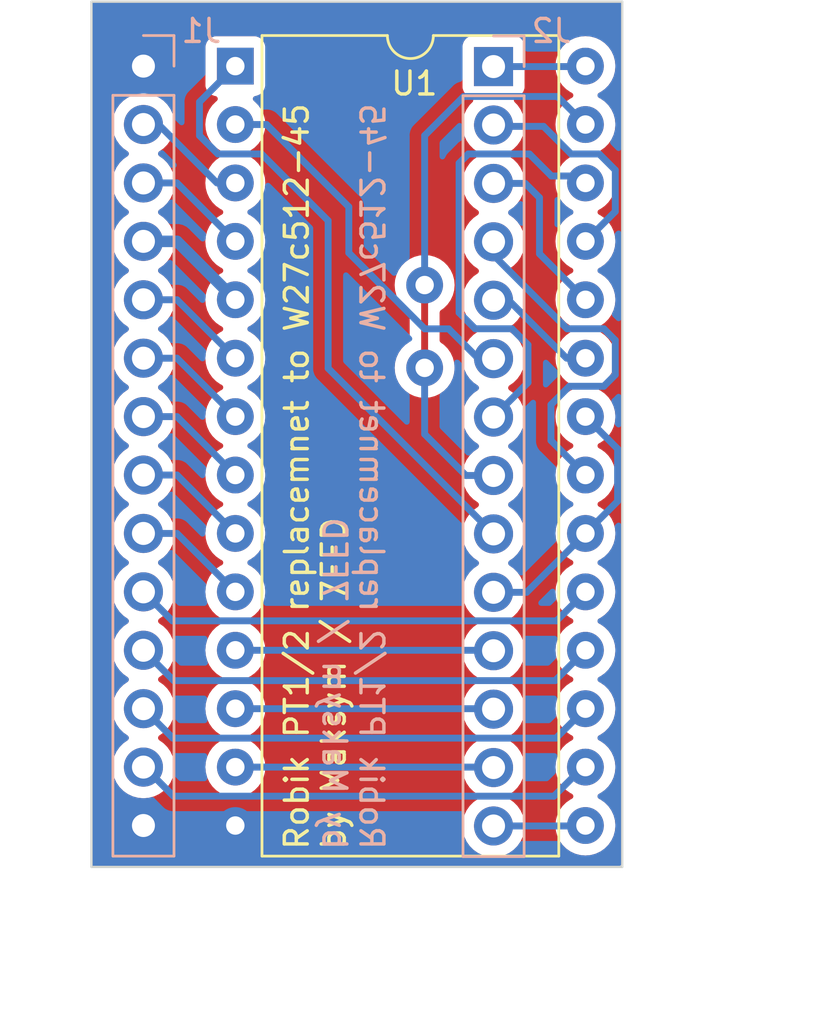
<source format=kicad_pcb>
(kicad_pcb (version 20221018) (generator pcbnew)
  (layers (0 "F.Cu" signal) (31 "B.Cu" signal) (34 "B.Paste" user) (35 "F.Paste" user) (36 "B.SilkS" user "B.Silkscreen") (37 "F.SilkS" user "F.Silkscreen") (38 "B.Mask" user) (39 "F.Mask" user) (44 "Edge.Cuts" user))
  (net 0 "")
  (net 1 "/Upr")
  (net 2 "/A7")
  (net 3 "/A6")
  (net 4 "/A5")
  (net 5 "/A4")
  (net 6 "/A3")
  (net 7 "/A2")
  (net 8 "/A1")
  (net 9 "/A0")
  (net 10 "/D7")
  (net 11 "/D6")
  (net 12 "/D5")
  (net 13 "/D4")
  (net 14 "Net-(J2-Pin_1)")
  (net 15 "/A8")
  (net 16 "/A9")
  (net 17 "/A10")
  (net 18 "/A11")
  (net 19 "/A12")
  (net 20 "/A13")
  (net 21 "/A14")
  (net 22 "/A15")
  (net 23 "/{slash}CS")
  (net 24 "/D0")
  (net 25 "/D1")
  (net 26 "/D2")
  (net 27 "/D3")
  (footprint "Package_DIP:DIP-28_W15.24mm" (layer "F.Cu") (at 108.16 58.68)
    (fp_text reference "U1" (at 7.791 0.756) (layer "F.SilkS"))
    (fp_text value "27C512")
    (fp_line (start 1.16 -1.33) (end 1.16 34.35) (stroke (width 0.12)) (layer "F.SilkS"))
    (fp_line (start 1.16 34.35) (end 14.08 34.35) (stroke (width 0.12)) (layer "F.SilkS"))
    (fp_line (start 6.62 -1.33) (end 1.16 -1.33) (stroke (width 0.12)) (layer "F.SilkS"))
    (fp_line (start 14.08 -1.33) (end 8.62 -1.33) (stroke (width 0.12)) (layer "F.SilkS"))
    (fp_line (start 14.08 34.35) (end 14.08 -1.33) (stroke (width 0.12)) (layer "F.SilkS"))
    (fp_arc (start 8.62 -1.33) (mid 7.62 -0.33) (end 6.62 -1.33) (stroke (width 0.12)) (layer "F.SilkS"))
    (pad "1" thru_hole rect (at 0 0) (size 1.6 1.6) (drill 0.8) (layers "*.Cu" "*.Mask") (net 22 "/A15"))
    (pad "2" thru_hole oval (at 0 2.54) (size 1.6 1.6) (drill 0.8) (layers "*.Cu" "*.Mask") (net 19 "/A12"))
    (pad "3" thru_hole oval (at 0 5.08) (size 1.6 1.6) (drill 0.8) (layers "*.Cu" "*.Mask") (net 2 "/A7"))
    (pad "4" thru_hole oval (at 0 7.62) (size 1.6 1.6) (drill 0.8) (layers "*.Cu" "*.Mask") (net 3 "/A6"))
    (pad "5" thru_hole oval (at 0 10.16) (size 1.6 1.6) (drill 0.8) (layers "*.Cu" "*.Mask") (net 4 "/A5"))
    (pad "6" thru_hole oval (at 0 12.7) (size 1.6 1.6) (drill 0.8) (layers "*.Cu" "*.Mask") (net 5 "/A4"))
    (pad "7" thru_hole oval (at 0 15.24) (size 1.6 1.6) (drill 0.8) (layers "*.Cu" "*.Mask") (net 6 "/A3"))
    (pad "8" thru_hole oval (at 0 17.78) (size 1.6 1.6) (drill 0.8) (layers "*.Cu" "*.Mask") (net 7 "/A2"))
    (pad "9" thru_hole oval (at 0 20.32) (size 1.6 1.6) (drill 0.8) (layers "*.Cu" "*.Mask") (net 8 "/A1"))
    (pad "10" thru_hole oval (at 0 22.86) (size 1.6 1.6) (drill 0.8) (layers "*.Cu" "*.Mask") (net 9 "/A0"))
    (pad "11" thru_hole oval (at 0 25.4) (size 1.6 1.6) (drill 0.8) (layers "*.Cu" "*.Mask") (net 24 "/D0"))
    (pad "12" thru_hole oval (at 0 27.94) (size 1.6 1.6) (drill 0.8) (layers "*.Cu" "*.Mask") (net 25 "/D1"))
    (pad "13" thru_hole oval (at 0 30.48) (size 1.6 1.6) (drill 0.8) (layers "*.Cu" "*.Mask") (net 26 "/D2"))
    (pad "14" thru_hole oval (at 0 33.02) (size 1.6 1.6) (drill 0.8) (layers "*.Cu" "*.Mask") (net 1 "/Upr"))
    (pad "15" thru_hole oval (at 15.24 33.02) (size 1.6 1.6) (drill 0.8) (layers "*.Cu" "*.Mask") (net 27 "/D3"))
    (pad "16" thru_hole oval (at 15.24 30.48) (size 1.6 1.6) (drill 0.8) (layers "*.Cu" "*.Mask") (net 13 "/D4"))
    (pad "17" thru_hole oval (at 15.24 27.94) (size 1.6 1.6) (drill 0.8) (layers "*.Cu" "*.Mask") (net 12 "/D5"))
    (pad "18" thru_hole oval (at 15.24 25.4) (size 1.6 1.6) (drill 0.8) (layers "*.Cu" "*.Mask") (net 11 "/D6"))
    (pad "19" thru_hole oval (at 15.24 22.86) (size 1.6 1.6) (drill 0.8) (layers "*.Cu" "*.Mask") (net 10 "/D7"))
    (pad "20" thru_hole oval (at 15.24 20.32) (size 1.6 1.6) (drill 0.8) (layers "*.Cu" "*.Mask") (net 23 "/{slash}CS"))
    (pad "21" thru_hole oval (at 15.24 17.78) (size 1.6 1.6) (drill 0.8) (layers "*.Cu" "*.Mask") (net 17 "/A10"))
    (pad "22" thru_hole oval (at 15.24 15.24) (size 1.6 1.6) (drill 0.8) (layers "*.Cu" "*.Mask") (net 23 "/{slash}CS"))
    (pad "23" thru_hole oval (at 15.24 12.7) (size 1.6 1.6) (drill 0.8) (layers "*.Cu" "*.Mask") (net 18 "/A11"))
    (pad "24" thru_hole oval (at 15.24 10.16) (size 1.6 1.6) (drill 0.8) (layers "*.Cu" "*.Mask") (net 16 "/A9"))
    (pad "25" thru_hole oval (at 15.24 7.62) (size 1.6 1.6) (drill 0.8) (layers "*.Cu" "*.Mask") (net 15 "/A8"))
    (pad "26" thru_hole oval (at 15.24 5.08) (size 1.6 1.6) (drill 0.8) (layers "*.Cu" "*.Mask") (net 20 "/A13"))
    (pad "27" thru_hole oval (at 15.24 2.54) (size 1.6 1.6) (drill 0.8) (layers "*.Cu" "*.Mask") (net 21 "/A14"))
    (pad "28" thru_hole oval (at 15.24 0) (size 1.6 1.6) (drill 0.8) (layers "*.Cu" "*.Mask") (net 14 "Net-(J2-Pin_1)"))
  )
  (footprint "Connector_PinHeader_2.54mm:PinHeader_1x14_P2.54mm_Vertical" (layer "B.Cu") (at 119.4 58.7 180)
    (fp_text reference "J2" (at -2.52 1.55) (layer "B.SilkS") (effects (justify mirror)))
    (fp_text value "Conn_01x14_Pin")
    (fp_line (start -1.33 -34.35) (end 1.33 -34.35) (stroke (width 0.12)) (layer "B.SilkS"))
    (fp_line (start -1.33 -1.27) (end -1.33 -34.35) (stroke (width 0.12)) (layer "B.SilkS"))
    (fp_line (start -1.33 -1.27) (end 1.33 -1.27) (stroke (width 0.12)) (layer "B.SilkS"))
    (fp_line (start -1.33 0) (end -1.33 1.33) (stroke (width 0.12)) (layer "B.SilkS"))
    (fp_line (start -1.33 1.33) (end 0 1.33) (stroke (width 0.12)) (layer "B.SilkS"))
    (fp_line (start 1.33 -1.27) (end 1.33 -34.35) (stroke (width 0.12)) (layer "B.SilkS"))
    (pad "1" thru_hole rect (at 0 0 180) (size 1.7 1.7) (drill 1) (layers "*.Cu" "*.Mask") (net 14 "Net-(J2-Pin_1)"))
    (pad "2" thru_hole oval (at 0 -2.54 180) (size 1.7 1.7) (drill 1) (layers "*.Cu" "*.Mask") (net 15 "/A8"))
    (pad "3" thru_hole oval (at 0 -5.08 180) (size 1.7 1.7) (drill 1) (layers "*.Cu" "*.Mask") (net 16 "/A9"))
    (pad "4" thru_hole oval (at 0 -7.62 180) (size 1.7 1.7) (drill 1) (layers "*.Cu" "*.Mask") (net 17 "/A10"))
    (pad "5" thru_hole oval (at 0 -10.16 180) (size 1.7 1.7) (drill 1) (layers "*.Cu" "*.Mask") (net 18 "/A11"))
    (pad "6" thru_hole oval (at 0 -12.7 180) (size 1.7 1.7) (drill 1) (layers "*.Cu" "*.Mask") (net 19 "/A12"))
    (pad "7" thru_hole oval (at 0 -15.24 180) (size 1.7 1.7) (drill 1) (layers "*.Cu" "*.Mask") (net 20 "/A13"))
    (pad "8" thru_hole oval (at 0 -17.78 180) (size 1.7 1.7) (drill 1) (layers "*.Cu" "*.Mask") (net 21 "/A14"))
    (pad "9" thru_hole oval (at 0 -20.32 180) (size 1.7 1.7) (drill 1) (layers "*.Cu" "*.Mask") (net 22 "/A15"))
    (pad "10" thru_hole oval (at 0 -22.86 180) (size 1.7 1.7) (drill 1) (layers "*.Cu" "*.Mask") (net 23 "/{slash}CS"))
    (pad "11" thru_hole oval (at 0 -25.4 180) (size 1.7 1.7) (drill 1) (layers "*.Cu" "*.Mask") (net 24 "/D0"))
    (pad "12" thru_hole oval (at 0 -27.94 180) (size 1.7 1.7) (drill 1) (layers "*.Cu" "*.Mask") (net 25 "/D1"))
    (pad "13" thru_hole oval (at 0 -30.48 180) (size 1.7 1.7) (drill 1) (layers "*.Cu" "*.Mask") (net 26 "/D2"))
    (pad "14" thru_hole oval (at 0 -33.02 180) (size 1.7 1.7) (drill 1) (layers "*.Cu" "*.Mask") (net 27 "/D3"))
  )
  (footprint "Connector_PinHeader_2.54mm:PinHeader_1x14_P2.54mm_Vertical" (layer "B.Cu") (at 104.16 58.68 180)
    (fp_text reference "J1" (at -2.52 1.53) (layer "B.SilkS") (effects (justify mirror)))
    (fp_text value "Conn_01x14_Pin")
    (fp_line (start -1.33 -34.35) (end 1.33 -34.35) (stroke (width 0.12)) (layer "B.SilkS"))
    (fp_line (start -1.33 -1.27) (end -1.33 -34.35) (stroke (width 0.12)) (layer "B.SilkS"))
    (fp_line (start -1.33 -1.27) (end 1.33 -1.27) (stroke (width 0.12)) (layer "B.SilkS"))
    (fp_line (start -1.33 0) (end -1.33 1.33) (stroke (width 0.12)) (layer "B.SilkS"))
    (fp_line (start -1.33 1.33) (end 0 1.33) (stroke (width 0.12)) (layer "B.SilkS"))
    (fp_line (start 1.33 -1.27) (end 1.33 -34.35) (stroke (width 0.12)) (layer "B.SilkS"))
    (pad "1" thru_hole rect (at 0 0 180) (size 1.7 1.7) (drill 1) (layers "*.Cu" "*.Mask") (net 1 "/Upr"))
    (pad "2" thru_hole oval (at 0 -2.54 180) (size 1.7 1.7) (drill 1) (layers "*.Cu" "*.Mask") (net 2 "/A7"))
    (pad "3" thru_hole oval (at 0 -5.08 180) (size 1.7 1.7) (drill 1) (layers "*.Cu" "*.Mask") (net 3 "/A6"))
    (pad "4" thru_hole oval (at 0 -7.62 180) (size 1.7 1.7) (drill 1) (layers "*.Cu" "*.Mask") (net 4 "/A5"))
    (pad "5" thru_hole oval (at 0 -10.16 180) (size 1.7 1.7) (drill 1) (layers "*.Cu" "*.Mask") (net 5 "/A4"))
    (pad "6" thru_hole oval (at 0 -12.7 180) (size 1.7 1.7) (drill 1) (layers "*.Cu" "*.Mask") (net 6 "/A3"))
    (pad "7" thru_hole oval (at 0 -15.24 180) (size 1.7 1.7) (drill 1) (layers "*.Cu" "*.Mask") (net 7 "/A2"))
    (pad "8" thru_hole oval (at 0 -17.78 180) (size 1.7 1.7) (drill 1) (layers "*.Cu" "*.Mask") (net 8 "/A1"))
    (pad "9" thru_hole oval (at 0 -20.32 180) (size 1.7 1.7) (drill 1) (layers "*.Cu" "*.Mask") (net 9 "/A0"))
    (pad "10" thru_hole oval (at 0 -22.86 180) (size 1.7 1.7) (drill 1) (layers "*.Cu" "*.Mask") (net 10 "/D7"))
    (pad "11" thru_hole oval (at 0 -25.4 180) (size 1.7 1.7) (drill 1) (layers "*.Cu" "*.Mask") (net 11 "/D6"))
    (pad "12" thru_hole oval (at 0 -27.94 180) (size 1.7 1.7) (drill 1) (layers "*.Cu" "*.Mask") (net 12 "/D5"))
    (pad "13" thru_hole oval (at 0 -30.48 180) (size 1.7 1.7) (drill 1) (layers "*.Cu" "*.Mask") (net 13 "/D4"))
    (pad "14" thru_hole oval (at 0 -33.02 180) (size 1.7 1.7) (drill 1) (layers "*.Cu" "*.Mask") (net 1 "/Upr"))
  )
  (gr_line (start 125 93.5) (end 101.9 93.5) (stroke (width 0.1)) (layer "Edge.Cuts"))
  (gr_line (start 101.9 55.88) (end 125 55.88) (stroke (width 0.1)) (layer "Edge.Cuts"))
  (gr_line (start 125 55.88) (end 125 93.5) (stroke (width 0.1)) (layer "Edge.Cuts"))
  (gr_line (start 101.9 93.5) (end 101.9 55.88) (stroke (width 0.1)) (layer "Edge.Cuts"))
  (gr_text "Robik PT1/2 replacemnet to W27c512-45\nby Maksym / 7FFD" (at 111.887 92.837 -90) (layer "B.SilkS") (effects (font (size 1 1)) (justify left bottom mirror)))
  (gr_text "Robik PT1/2 replacemnet to W27c512-45\nby Maksym / 7FFD" (at 113.03 92.837 90) (layer "F.SilkS") (effects (font (size 1 1)) (justify left bottom)))
  (segment (start 102.6 59.9) (end 102.6 90.14) (width 0.3) (layer "B.Cu") (net 1))
  (segment (start 103.82 58.68) (end 102.6 59.9) (width 0.3) (layer "B.Cu") (net 1))
  (segment (start 102.6 90.14) (end 104.16 91.7) (width 0.3) (layer "B.Cu") (net 1))
  (segment (start 104.16 91.7) (end 108.16 91.7) (width 0.3) (layer "B.Cu") (net 1))
  (segment (start 104.16 58.68) (end 103.82 58.68) (width 0.25) (layer "B.Cu") (net 1))
  (segment (start 104.16 61.22) (end 104.82 61.22) (width 0.25) (layer "B.Cu") (net 2))
  (segment (start 107.36 63.76) (end 108.16 63.76) (width 0.25) (layer "B.Cu") (net 2))
  (segment (start 104.82 61.22) (end 107.36 63.76) (width 0.3) (layer "B.Cu") (net 2))
  (segment (start 104.16 63.76) (end 105.62 63.76) (width 0.3) (layer "B.Cu") (net 3))
  (segment (start 105.62 63.76) (end 108.16 66.3) (width 0.3) (layer "B.Cu") (net 3))
  (segment (start 105.62 66.3) (end 108.16 68.84) (width 0.5) (layer "B.Cu") (net 4))
  (segment (start 104.16 66.3) (end 105.62 66.3) (width 0.5) (layer "B.Cu") (net 4))
  (segment (start 104.16 68.84) (end 105.62 68.84) (width 0.3) (layer "B.Cu") (net 5))
  (segment (start 105.62 68.84) (end 108.16 71.38) (width 0.3) (layer "B.Cu") (net 5))
  (segment (start 104.16 71.38) (end 105.62 71.38) (width 0.3) (layer "B.Cu") (net 6))
  (segment (start 105.62 71.38) (end 108.16 73.92) (width 0.3) (layer "B.Cu") (net 6))
  (segment (start 104.16 73.92) (end 105.62 73.92) (width 0.3) (layer "B.Cu") (net 7))
  (segment (start 105.62 73.92) (end 108.16 76.46) (width 0.3) (layer "B.Cu") (net 7))
  (segment (start 105.62 76.46) (end 108.16 79) (width 0.3) (layer "B.Cu") (net 8))
  (segment (start 104.16 76.46) (end 105.62 76.46) (width 0.3) (layer "B.Cu") (net 8))
  (segment (start 104.16 79) (end 105.62 79) (width 0.3) (layer "B.Cu") (net 9))
  (segment (start 105.62 79) (end 108.16 81.54) (width 0.3) (layer "B.Cu") (net 9))
  (segment (start 105.42 82.8) (end 122.14 82.8) (width 0.3) (layer "B.Cu") (net 10))
  (segment (start 122.14 82.8) (end 123.4 81.54) (width 0.3) (layer "B.Cu") (net 10))
  (segment (start 104.16 81.54) (end 105.42 82.8) (width 0.3) (layer "B.Cu") (net 10))
  (segment (start 105.48 85.4) (end 122.08 85.4) (width 0.3) (layer "B.Cu") (net 11))
  (segment (start 104.16 84.08) (end 105.48 85.4) (width 0.3) (layer "B.Cu") (net 11))
  (segment (start 122.08 85.4) (end 123.4 84.08) (width 0.3) (layer "B.Cu") (net 11))
  (segment (start 105.44 87.9) (end 122.12 87.9) (width 0.3) (layer "B.Cu") (net 12))
  (segment (start 122.12 87.9) (end 123.4 86.62) (width 0.3) (layer "B.Cu") (net 12))
  (segment (start 104.16 86.62) (end 105.44 87.9) (width 0.3) (layer "B.Cu") (net 12))
  (segment (start 105.47 90.424) (end 122.03 90.424) (width 0.3) (layer "B.Cu") (net 13))
  (segment (start 104.13 89.084) (end 105.47 90.424) (width 0.3) (layer "B.Cu") (net 13))
  (segment (start 122.03 90.424) (end 123.37 89.084) (width 0.3) (layer "B.Cu") (net 13))
  (segment (start 123.38 58.7) (end 123.4 58.68) (width 0.25) (layer "B.Cu") (net 14))
  (segment (start 119.4 58.7) (end 123.38 58.7) (width 0.3) (layer "B.Cu") (net 14))
  (segment (start 124.7 63.2) (end 124.7 65) (width 0.3) (layer "B.Cu") (net 15))
  (segment (start 119.46 61.3) (end 121.576396 61.3) (width 0.3) (layer "B.Cu") (net 15))
  (segment (start 121.576396 61.3) (end 122.776396 62.5) (width 0.3) (layer "B.Cu") (net 15))
  (segment (start 119.4 61.24) (end 119.46 61.3) (width 0.25) (layer "B.Cu") (net 15))
  (segment (start 122.776396 62.5) (end 124 62.5) (width 0.3) (layer "B.Cu") (net 15))
  (segment (start 124.7 65) (end 123.4 66.3) (width 0.3) (layer "B.Cu") (net 15))
  (segment (start 124 62.5) (end 124.7 63.2) (width 0.3) (layer "B.Cu") (net 15))
  (segment (start 121.4 64.4) (end 121.4 66.84) (width 0.3) (layer "B.Cu") (net 16))
  (segment (start 119.4 63.78) (end 120.78 63.78) (width 0.3) (layer "B.Cu") (net 16))
  (segment (start 121.4 66.84) (end 123.4 68.84) (width 0.3) (layer "B.Cu") (net 16))
  (segment (start 120.78 63.78) (end 121.4 64.4) (width 0.3) (layer "B.Cu") (net 16))
  (segment (start 122.6 70.1) (end 124.2 70.1) (width 0.3) (layer "B.Cu") (net 17))
  (segment (start 119.4 66.9) (end 122.6 70.1) (width 0.3) (layer "B.Cu") (net 17))
  (segment (start 119.4 66.32) (end 119.4 66.9) (width 0.25) (layer "B.Cu") (net 17))
  (segment (start 124.7 70.6) (end 124.7 72.1) (width 0.3) (layer "B.Cu") (net 17))
  (segment (start 124.2 70.1) (end 124.7 70.6) (width 0.3) (layer "B.Cu") (net 17))
  (segment (start 124.7 72.1) (end 124.2 72.6) (width 0.3) (layer "B.Cu") (net 17))
  (segment (start 122.7 72.6) (end 121.9 73.4) (width 0.3) (layer "B.Cu") (net 17))
  (segment (start 121.9 73.4) (end 121.9 74.96) (width 0.3) (layer "B.Cu") (net 17))
  (segment (start 124.2 72.6) (end 122.7 72.6) (width 0.3) (layer "B.Cu") (net 17))
  (segment (start 121.9 74.96) (end 123.4 76.46) (width 0.3) (layer "B.Cu") (net 17))
  (segment (start 119.4 68.86) (end 120.06 68.86) (width 0.25) (layer "B.Cu") (net 18))
  (segment (start 122.58 71.38) (end 123.4 71.38) (width 0.25) (layer "B.Cu") (net 18))
  (segment (start 120.06 68.86) (end 122.58 71.38) (width 0.3) (layer "B.Cu") (net 18))
  (segment (start 113.1 66.8) (end 113.1 64.8) (width 0.3) (layer "B.Cu") (net 19))
  (segment (start 116.404 70.104) (end 113.1 66.8) (width 0.3) (layer "B.Cu") (net 19))
  (segment (start 117.446 70.104) (end 116.404 70.104) (width 0.3) (layer "B.Cu") (net 19))
  (segment (start 118.742 71.4) (end 117.446 70.104) (width 0.3) (layer "B.Cu") (net 19))
  (segment (start 109.52 61.22) (end 108.16 61.22) (width 0.3) (layer "B.Cu") (net 19))
  (segment (start 119.4 71.4) (end 118.742 71.4) (width 0.3) (layer "B.Cu") (net 19))
  (segment (start 113.1 64.8) (end 109.52 61.22) (width 0.3) (layer "B.Cu") (net 19))
  (segment (start 120.961969 62.5) (end 118.3 62.5) (width 0.3) (layer "B.Cu") (net 20))
  (segment (start 120.2 70.1) (end 120.9 70.8) (width 0.3) (layer "B.Cu") (net 20))
  (segment (start 118.6 70.1) (end 120.2 70.1) (width 0.3) (layer "B.Cu") (net 20))
  (segment (start 120.9 70.8) (end 120.9 72.44) (width 0.3) (layer "B.Cu") (net 20))
  (segment (start 123.097603 63.457603) (end 121.919572 63.457603) (width 0.3) (layer "B.Cu") (net 20))
  (segment (start 121.919572 63.457603) (end 120.961969 62.5) (width 0.3) (layer "B.Cu") (net 20))
  (segment (start 118.3 62.5) (end 117.9 62.9) (width 0.3) (layer "B.Cu") (net 20))
  (segment (start 117.9 62.9) (end 117.9 69.4) (width 0.3) (layer "B.Cu") (net 20))
  (segment (start 123.4 63.76) (end 123.097603 63.457603) (width 0.5) (layer "B.Cu") (net 20))
  (segment (start 117.9 69.4) (end 118.6 70.1) (width 0.3) (layer "B.Cu") (net 20))
  (segment (start 120.9 72.44) (end 119.4 73.94) (width 0.3) (layer "B.Cu") (net 20))
  (segment (start 116.4 68.2) (end 116.4 71.8) (width 0.3) (layer "F.Cu") (net 21))
  (via (at 116.4 71.8) (size 1.6) (drill 0.8) (layers "F.Cu" "B.Cu") (net 21))
  (via (at 116.4 68.2) (size 1.6) (drill 0.8) (layers "F.Cu" "B.Cu") (net 21))
  (segment (start 123.4 61.22) (end 122.18 60) (width 0.3) (layer "B.Cu") (net 21))
  (segment (start 118.197919 76.48) (end 119.4 76.48) (width 0.3) (layer "B.Cu") (net 21))
  (segment (start 122.18 60) (end 118.1 60) (width 0.3) (layer "B.Cu") (net 21))
  (segment (start 116.4 71.8) (end 116.4 74.682081) (width 0.3) (layer "B.Cu") (net 21))
  (segment (start 116.4 61.7) (end 116.4 68.2) (width 0.3) (layer "B.Cu") (net 21))
  (segment (start 118.1 60) (end 116.4 61.7) (width 0.3) (layer "B.Cu") (net 21))
  (segment (start 116.4 74.682081) (end 118.197919 76.48) (width 0.3) (layer "B.Cu") (net 21))
  (segment (start 112.2 65.4) (end 109.3 62.5) (width 0.3) (layer "B.Cu") (net 22))
  (segment (start 119.4 79.02) (end 112.2 71.82) (width 0.3) (layer "B.Cu") (net 22))
  (segment (start 107.4 62.5) (end 106.6 61.7) (width 0.3) (layer "B.Cu") (net 22))
  (segment (start 106.6 60.24) (end 108.16 58.68) (width 0.3) (layer "B.Cu") (net 22))
  (segment (start 106.6 61.7) (end 106.6 60.24) (width 0.3) (layer "B.Cu") (net 22))
  (segment (start 112.2 71.82) (end 112.2 65.4) (width 0.3) (layer "B.Cu") (net 22))
  (segment (start 109.3 62.5) (end 107.4 62.5) (width 0.3) (layer "B.Cu") (net 22))
  (segment (start 124.8 75.32) (end 124.8 77.6) (width 0.3) (layer "B.Cu") (net 23))
  (segment (start 120.84 81.56) (end 123.4 79) (width 0.3) (layer "B.Cu") (net 23))
  (segment (start 119.4 81.56) (end 120.84 81.56) (width 0.3) (layer "B.Cu") (net 23))
  (segment (start 123.4 73.92) (end 124.8 75.32) (width 0.3) (layer "B.Cu") (net 23))
  (segment (start 123.4 79) (end 124.8 77.6) (width 0.3) (layer "B.Cu") (net 23))
  (segment (start 119.38 84.08) (end 119.4 84.1) (width 0.5) (layer "B.Cu") (net 24))
  (segment (start 108.16 84.08) (end 119.38 84.08) (width 0.3) (layer "B.Cu") (net 24))
  (segment (start 108.16 86.62) (end 119.38 86.62) (width 0.3) (layer "B.Cu") (net 25))
  (segment (start 119.38 86.62) (end 119.4 86.64) (width 0.5) (layer "B.Cu") (net 25))
  (segment (start 119.38 89.16) (end 119.4 89.18) (width 0.5) (layer "B.Cu") (net 26))
  (segment (start 108.16 89.16) (end 119.38 89.16) (width 0.3) (layer "B.Cu") (net 26))
  (segment (start 123.38 91.72) (end 123.4 91.7) (width 0.5) (layer "B.Cu") (net 27))
  (segment (start 119.4 91.72) (end 123.38 91.72) (width 0.3) (layer "B.Cu") (net 27))
  (zone (net 1) (net_name "/Upr") (layer "F.Cu") (connect_pads yes (clearance 0.5)) (min_thickness 0.25) (fill yes (thermal_gap 0.5) (thermal_bridge_width 0.5) (island_removal_mode 1) (island_area_min 10))
    (polygon (pts (xy 101.854 55.88) (xy 101.854 93.472) (xy 124.968 93.472) (xy 124.968 55.88)))
  )
  (zone (net 1) (net_name "/Upr") (layer "B.Cu") (priority 1) (connect_pads yes (clearance 0.5)) (min_thickness 0.25) (fill yes (thermal_gap 0.5) (thermal_bridge_width 0.5) (island_removal_mode 1) (island_area_min 10))
    (polygon (pts (xy 101.854 55.88) (xy 101.854 93.472) (xy 124.968 93.472) (xy 124.968 55.88)))
  )
)
</source>
